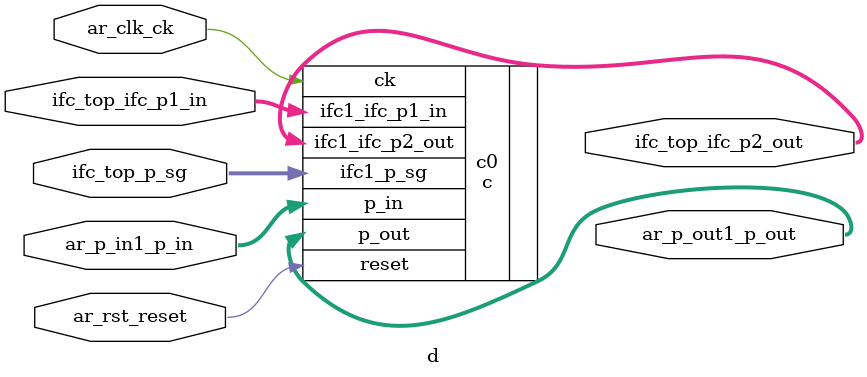
<source format=v>
`include "defines.v"

module d(ar_clk_ck,
         ar_rst_reset,
         ar_p_out1_p_out,
         ar_p_in1_p_in,
         ifc_top_ifc_p1_in,
         ifc_top_ifc_p2_out,
         ifc_top_p_sg);
// Location of source csl unit: file name = c_test2.csl line number = 32
  input [1 - 1:0] ar_clk_ck;
  input [1 - 1:0] ar_rst_reset;
  input [8 - 1:0] ar_p_in1_p_in;
  input [8 - 1:0] ifc_top_ifc_p1_in;
  input [8 - 1:0] ifc_top_p_sg;
  output [8 - 1:0] ar_p_out1_p_out;
  output [8 - 1:0] ifc_top_ifc_p2_out;
  c c0(.ck(ar_clk_ck),
       .ifc1_ifc_p1_in(ifc_top_ifc_p1_in),
       .ifc1_ifc_p2_out(ifc_top_ifc_p2_out),
       .ifc1_p_sg(ifc_top_p_sg),
       .p_in(ar_p_in1_p_in),
       .p_out(ar_p_out1_p_out),
       .reset(ar_rst_reset));
  `include "d.logic.v"
endmodule


</source>
